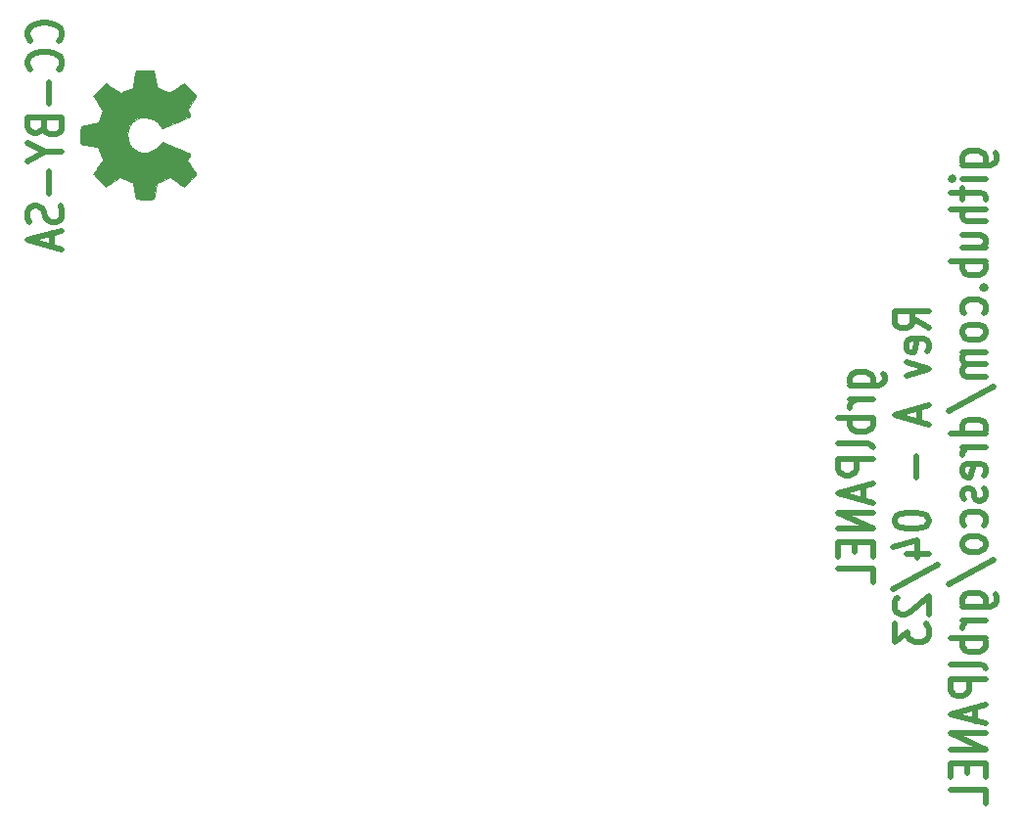
<source format=gbr>
%TF.GenerationSoftware,KiCad,Pcbnew,7.0.2-1.fc37*%
%TF.CreationDate,2023-04-28T11:32:21+01:00*%
%TF.ProjectId,grblPANEL_210x200_Front_Panel,6772626c-5041-44e4-954c-5f3231307832,A*%
%TF.SameCoordinates,Original*%
%TF.FileFunction,Legend,Bot*%
%TF.FilePolarity,Positive*%
%FSLAX46Y46*%
G04 Gerber Fmt 4.6, Leading zero omitted, Abs format (unit mm)*
G04 Created by KiCad (PCBNEW 7.0.2-1.fc37) date 2023-04-28 11:32:21*
%MOMM*%
%LPD*%
G01*
G04 APERTURE LIST*
%ADD10C,0.500000*%
%ADD11C,0.002540*%
G04 APERTURE END LIST*
D10*
X170102142Y-46345238D02*
X170245000Y-46226190D01*
X170245000Y-46226190D02*
X170387857Y-45869048D01*
X170387857Y-45869048D02*
X170387857Y-45630952D01*
X170387857Y-45630952D02*
X170245000Y-45273809D01*
X170245000Y-45273809D02*
X169959285Y-45035714D01*
X169959285Y-45035714D02*
X169673571Y-44916667D01*
X169673571Y-44916667D02*
X169102142Y-44797619D01*
X169102142Y-44797619D02*
X168673571Y-44797619D01*
X168673571Y-44797619D02*
X168102142Y-44916667D01*
X168102142Y-44916667D02*
X167816428Y-45035714D01*
X167816428Y-45035714D02*
X167530714Y-45273809D01*
X167530714Y-45273809D02*
X167387857Y-45630952D01*
X167387857Y-45630952D02*
X167387857Y-45869048D01*
X167387857Y-45869048D02*
X167530714Y-46226190D01*
X167530714Y-46226190D02*
X167673571Y-46345238D01*
X170102142Y-48845238D02*
X170245000Y-48726190D01*
X170245000Y-48726190D02*
X170387857Y-48369048D01*
X170387857Y-48369048D02*
X170387857Y-48130952D01*
X170387857Y-48130952D02*
X170245000Y-47773809D01*
X170245000Y-47773809D02*
X169959285Y-47535714D01*
X169959285Y-47535714D02*
X169673571Y-47416667D01*
X169673571Y-47416667D02*
X169102142Y-47297619D01*
X169102142Y-47297619D02*
X168673571Y-47297619D01*
X168673571Y-47297619D02*
X168102142Y-47416667D01*
X168102142Y-47416667D02*
X167816428Y-47535714D01*
X167816428Y-47535714D02*
X167530714Y-47773809D01*
X167530714Y-47773809D02*
X167387857Y-48130952D01*
X167387857Y-48130952D02*
X167387857Y-48369048D01*
X167387857Y-48369048D02*
X167530714Y-48726190D01*
X167530714Y-48726190D02*
X167673571Y-48845238D01*
X169245000Y-49916667D02*
X169245000Y-51821429D01*
X168816428Y-53845238D02*
X168959285Y-54202381D01*
X168959285Y-54202381D02*
X169102142Y-54321428D01*
X169102142Y-54321428D02*
X169387857Y-54440476D01*
X169387857Y-54440476D02*
X169816428Y-54440476D01*
X169816428Y-54440476D02*
X170102142Y-54321428D01*
X170102142Y-54321428D02*
X170245000Y-54202381D01*
X170245000Y-54202381D02*
X170387857Y-53964286D01*
X170387857Y-53964286D02*
X170387857Y-53011905D01*
X170387857Y-53011905D02*
X167387857Y-53011905D01*
X167387857Y-53011905D02*
X167387857Y-53845238D01*
X167387857Y-53845238D02*
X167530714Y-54083333D01*
X167530714Y-54083333D02*
X167673571Y-54202381D01*
X167673571Y-54202381D02*
X167959285Y-54321428D01*
X167959285Y-54321428D02*
X168245000Y-54321428D01*
X168245000Y-54321428D02*
X168530714Y-54202381D01*
X168530714Y-54202381D02*
X168673571Y-54083333D01*
X168673571Y-54083333D02*
X168816428Y-53845238D01*
X168816428Y-53845238D02*
X168816428Y-53011905D01*
X168959285Y-55988095D02*
X170387857Y-55988095D01*
X167387857Y-55154762D02*
X168959285Y-55988095D01*
X168959285Y-55988095D02*
X167387857Y-56821428D01*
X169245000Y-57654762D02*
X169245000Y-59559524D01*
X170245000Y-60630952D02*
X170387857Y-60988095D01*
X170387857Y-60988095D02*
X170387857Y-61583333D01*
X170387857Y-61583333D02*
X170245000Y-61821428D01*
X170245000Y-61821428D02*
X170102142Y-61940476D01*
X170102142Y-61940476D02*
X169816428Y-62059523D01*
X169816428Y-62059523D02*
X169530714Y-62059523D01*
X169530714Y-62059523D02*
X169245000Y-61940476D01*
X169245000Y-61940476D02*
X169102142Y-61821428D01*
X169102142Y-61821428D02*
X168959285Y-61583333D01*
X168959285Y-61583333D02*
X168816428Y-61107142D01*
X168816428Y-61107142D02*
X168673571Y-60869047D01*
X168673571Y-60869047D02*
X168530714Y-60750000D01*
X168530714Y-60750000D02*
X168245000Y-60630952D01*
X168245000Y-60630952D02*
X167959285Y-60630952D01*
X167959285Y-60630952D02*
X167673571Y-60750000D01*
X167673571Y-60750000D02*
X167530714Y-60869047D01*
X167530714Y-60869047D02*
X167387857Y-61107142D01*
X167387857Y-61107142D02*
X167387857Y-61702381D01*
X167387857Y-61702381D02*
X167530714Y-62059523D01*
X169530714Y-63011904D02*
X169530714Y-64202380D01*
X170387857Y-62773809D02*
X167387857Y-63607142D01*
X167387857Y-63607142D02*
X170387857Y-64440475D01*
X238527857Y-76202380D02*
X240956428Y-76202380D01*
X240956428Y-76202380D02*
X241242142Y-76083333D01*
X241242142Y-76083333D02*
X241385000Y-75964285D01*
X241385000Y-75964285D02*
X241527857Y-75726190D01*
X241527857Y-75726190D02*
X241527857Y-75369047D01*
X241527857Y-75369047D02*
X241385000Y-75130952D01*
X240385000Y-76202380D02*
X240527857Y-75964285D01*
X240527857Y-75964285D02*
X240527857Y-75488094D01*
X240527857Y-75488094D02*
X240385000Y-75249999D01*
X240385000Y-75249999D02*
X240242142Y-75130952D01*
X240242142Y-75130952D02*
X239956428Y-75011904D01*
X239956428Y-75011904D02*
X239099285Y-75011904D01*
X239099285Y-75011904D02*
X238813571Y-75130952D01*
X238813571Y-75130952D02*
X238670714Y-75249999D01*
X238670714Y-75249999D02*
X238527857Y-75488094D01*
X238527857Y-75488094D02*
X238527857Y-75964285D01*
X238527857Y-75964285D02*
X238670714Y-76202380D01*
X240527857Y-77392857D02*
X238527857Y-77392857D01*
X239099285Y-77392857D02*
X238813571Y-77511904D01*
X238813571Y-77511904D02*
X238670714Y-77630952D01*
X238670714Y-77630952D02*
X238527857Y-77869047D01*
X238527857Y-77869047D02*
X238527857Y-78107142D01*
X240527857Y-78940476D02*
X237527857Y-78940476D01*
X238670714Y-78940476D02*
X238527857Y-79178571D01*
X238527857Y-79178571D02*
X238527857Y-79654761D01*
X238527857Y-79654761D02*
X238670714Y-79892857D01*
X238670714Y-79892857D02*
X238813571Y-80011904D01*
X238813571Y-80011904D02*
X239099285Y-80130952D01*
X239099285Y-80130952D02*
X239956428Y-80130952D01*
X239956428Y-80130952D02*
X240242142Y-80011904D01*
X240242142Y-80011904D02*
X240385000Y-79892857D01*
X240385000Y-79892857D02*
X240527857Y-79654761D01*
X240527857Y-79654761D02*
X240527857Y-79178571D01*
X240527857Y-79178571D02*
X240385000Y-78940476D01*
X240527857Y-81559523D02*
X240385000Y-81321428D01*
X240385000Y-81321428D02*
X240099285Y-81202381D01*
X240099285Y-81202381D02*
X237527857Y-81202381D01*
X240527857Y-82511905D02*
X237527857Y-82511905D01*
X237527857Y-82511905D02*
X237527857Y-83464286D01*
X237527857Y-83464286D02*
X237670714Y-83702381D01*
X237670714Y-83702381D02*
X237813571Y-83821428D01*
X237813571Y-83821428D02*
X238099285Y-83940476D01*
X238099285Y-83940476D02*
X238527857Y-83940476D01*
X238527857Y-83940476D02*
X238813571Y-83821428D01*
X238813571Y-83821428D02*
X238956428Y-83702381D01*
X238956428Y-83702381D02*
X239099285Y-83464286D01*
X239099285Y-83464286D02*
X239099285Y-82511905D01*
X239670714Y-84892857D02*
X239670714Y-86083333D01*
X240527857Y-84654762D02*
X237527857Y-85488095D01*
X237527857Y-85488095D02*
X240527857Y-86321428D01*
X240527857Y-87154762D02*
X237527857Y-87154762D01*
X237527857Y-87154762D02*
X240527857Y-88583333D01*
X240527857Y-88583333D02*
X237527857Y-88583333D01*
X238956428Y-89773810D02*
X238956428Y-90607143D01*
X240527857Y-90964286D02*
X240527857Y-89773810D01*
X240527857Y-89773810D02*
X237527857Y-89773810D01*
X237527857Y-89773810D02*
X237527857Y-90964286D01*
X240527857Y-93226191D02*
X240527857Y-92035715D01*
X240527857Y-92035715D02*
X237527857Y-92035715D01*
X245387857Y-71202381D02*
X243959285Y-70369048D01*
X245387857Y-69773810D02*
X242387857Y-69773810D01*
X242387857Y-69773810D02*
X242387857Y-70726191D01*
X242387857Y-70726191D02*
X242530714Y-70964286D01*
X242530714Y-70964286D02*
X242673571Y-71083333D01*
X242673571Y-71083333D02*
X242959285Y-71202381D01*
X242959285Y-71202381D02*
X243387857Y-71202381D01*
X243387857Y-71202381D02*
X243673571Y-71083333D01*
X243673571Y-71083333D02*
X243816428Y-70964286D01*
X243816428Y-70964286D02*
X243959285Y-70726191D01*
X243959285Y-70726191D02*
X243959285Y-69773810D01*
X245245000Y-73226191D02*
X245387857Y-72988095D01*
X245387857Y-72988095D02*
X245387857Y-72511905D01*
X245387857Y-72511905D02*
X245245000Y-72273810D01*
X245245000Y-72273810D02*
X244959285Y-72154762D01*
X244959285Y-72154762D02*
X243816428Y-72154762D01*
X243816428Y-72154762D02*
X243530714Y-72273810D01*
X243530714Y-72273810D02*
X243387857Y-72511905D01*
X243387857Y-72511905D02*
X243387857Y-72988095D01*
X243387857Y-72988095D02*
X243530714Y-73226191D01*
X243530714Y-73226191D02*
X243816428Y-73345238D01*
X243816428Y-73345238D02*
X244102142Y-73345238D01*
X244102142Y-73345238D02*
X244387857Y-72154762D01*
X243387857Y-74178571D02*
X245387857Y-74773809D01*
X245387857Y-74773809D02*
X243387857Y-75369048D01*
X244530714Y-78107143D02*
X244530714Y-79297619D01*
X245387857Y-77869048D02*
X242387857Y-78702381D01*
X242387857Y-78702381D02*
X245387857Y-79535714D01*
X244245000Y-82273810D02*
X244245000Y-84178572D01*
X242387857Y-87750000D02*
X242387857Y-87988095D01*
X242387857Y-87988095D02*
X242530714Y-88226191D01*
X242530714Y-88226191D02*
X242673571Y-88345238D01*
X242673571Y-88345238D02*
X242959285Y-88464286D01*
X242959285Y-88464286D02*
X243530714Y-88583333D01*
X243530714Y-88583333D02*
X244245000Y-88583333D01*
X244245000Y-88583333D02*
X244816428Y-88464286D01*
X244816428Y-88464286D02*
X245102142Y-88345238D01*
X245102142Y-88345238D02*
X245245000Y-88226191D01*
X245245000Y-88226191D02*
X245387857Y-87988095D01*
X245387857Y-87988095D02*
X245387857Y-87750000D01*
X245387857Y-87750000D02*
X245245000Y-87511905D01*
X245245000Y-87511905D02*
X245102142Y-87392857D01*
X245102142Y-87392857D02*
X244816428Y-87273810D01*
X244816428Y-87273810D02*
X244245000Y-87154762D01*
X244245000Y-87154762D02*
X243530714Y-87154762D01*
X243530714Y-87154762D02*
X242959285Y-87273810D01*
X242959285Y-87273810D02*
X242673571Y-87392857D01*
X242673571Y-87392857D02*
X242530714Y-87511905D01*
X242530714Y-87511905D02*
X242387857Y-87750000D01*
X243387857Y-90726190D02*
X245387857Y-90726190D01*
X242245000Y-90130952D02*
X244387857Y-89535714D01*
X244387857Y-89535714D02*
X244387857Y-91083333D01*
X242245000Y-93821428D02*
X246102142Y-91678571D01*
X242673571Y-94535714D02*
X242530714Y-94654762D01*
X242530714Y-94654762D02*
X242387857Y-94892857D01*
X242387857Y-94892857D02*
X242387857Y-95488095D01*
X242387857Y-95488095D02*
X242530714Y-95726190D01*
X242530714Y-95726190D02*
X242673571Y-95845238D01*
X242673571Y-95845238D02*
X242959285Y-95964285D01*
X242959285Y-95964285D02*
X243245000Y-95964285D01*
X243245000Y-95964285D02*
X243673571Y-95845238D01*
X243673571Y-95845238D02*
X245387857Y-94416666D01*
X245387857Y-94416666D02*
X245387857Y-95964285D01*
X242387857Y-96797618D02*
X242387857Y-98345237D01*
X242387857Y-98345237D02*
X243530714Y-97511904D01*
X243530714Y-97511904D02*
X243530714Y-97869047D01*
X243530714Y-97869047D02*
X243673571Y-98107142D01*
X243673571Y-98107142D02*
X243816428Y-98226190D01*
X243816428Y-98226190D02*
X244102142Y-98345237D01*
X244102142Y-98345237D02*
X244816428Y-98345237D01*
X244816428Y-98345237D02*
X245102142Y-98226190D01*
X245102142Y-98226190D02*
X245245000Y-98107142D01*
X245245000Y-98107142D02*
X245387857Y-97869047D01*
X245387857Y-97869047D02*
X245387857Y-97154761D01*
X245387857Y-97154761D02*
X245245000Y-96916666D01*
X245245000Y-96916666D02*
X245102142Y-96797618D01*
X248247857Y-57095236D02*
X250676428Y-57095236D01*
X250676428Y-57095236D02*
X250962142Y-56976189D01*
X250962142Y-56976189D02*
X251105000Y-56857141D01*
X251105000Y-56857141D02*
X251247857Y-56619046D01*
X251247857Y-56619046D02*
X251247857Y-56261903D01*
X251247857Y-56261903D02*
X251105000Y-56023808D01*
X250105000Y-57095236D02*
X250247857Y-56857141D01*
X250247857Y-56857141D02*
X250247857Y-56380950D01*
X250247857Y-56380950D02*
X250105000Y-56142855D01*
X250105000Y-56142855D02*
X249962142Y-56023808D01*
X249962142Y-56023808D02*
X249676428Y-55904760D01*
X249676428Y-55904760D02*
X248819285Y-55904760D01*
X248819285Y-55904760D02*
X248533571Y-56023808D01*
X248533571Y-56023808D02*
X248390714Y-56142855D01*
X248390714Y-56142855D02*
X248247857Y-56380950D01*
X248247857Y-56380950D02*
X248247857Y-56857141D01*
X248247857Y-56857141D02*
X248390714Y-57095236D01*
X250247857Y-58285713D02*
X248247857Y-58285713D01*
X247247857Y-58285713D02*
X247390714Y-58166665D01*
X247390714Y-58166665D02*
X247533571Y-58285713D01*
X247533571Y-58285713D02*
X247390714Y-58404760D01*
X247390714Y-58404760D02*
X247247857Y-58285713D01*
X247247857Y-58285713D02*
X247533571Y-58285713D01*
X248247857Y-59119046D02*
X248247857Y-60071427D01*
X247247857Y-59476189D02*
X249819285Y-59476189D01*
X249819285Y-59476189D02*
X250105000Y-59595236D01*
X250105000Y-59595236D02*
X250247857Y-59833331D01*
X250247857Y-59833331D02*
X250247857Y-60071427D01*
X250247857Y-60904760D02*
X247247857Y-60904760D01*
X250247857Y-61976188D02*
X248676428Y-61976188D01*
X248676428Y-61976188D02*
X248390714Y-61857141D01*
X248390714Y-61857141D02*
X248247857Y-61619045D01*
X248247857Y-61619045D02*
X248247857Y-61261902D01*
X248247857Y-61261902D02*
X248390714Y-61023807D01*
X248390714Y-61023807D02*
X248533571Y-60904760D01*
X248247857Y-64238093D02*
X250247857Y-64238093D01*
X248247857Y-63166665D02*
X249819285Y-63166665D01*
X249819285Y-63166665D02*
X250105000Y-63285712D01*
X250105000Y-63285712D02*
X250247857Y-63523807D01*
X250247857Y-63523807D02*
X250247857Y-63880950D01*
X250247857Y-63880950D02*
X250105000Y-64119046D01*
X250105000Y-64119046D02*
X249962142Y-64238093D01*
X250247857Y-65428570D02*
X247247857Y-65428570D01*
X248390714Y-65428570D02*
X248247857Y-65666665D01*
X248247857Y-65666665D02*
X248247857Y-66142855D01*
X248247857Y-66142855D02*
X248390714Y-66380951D01*
X248390714Y-66380951D02*
X248533571Y-66499998D01*
X248533571Y-66499998D02*
X248819285Y-66619046D01*
X248819285Y-66619046D02*
X249676428Y-66619046D01*
X249676428Y-66619046D02*
X249962142Y-66499998D01*
X249962142Y-66499998D02*
X250105000Y-66380951D01*
X250105000Y-66380951D02*
X250247857Y-66142855D01*
X250247857Y-66142855D02*
X250247857Y-65666665D01*
X250247857Y-65666665D02*
X250105000Y-65428570D01*
X249962142Y-67690475D02*
X250105000Y-67809522D01*
X250105000Y-67809522D02*
X250247857Y-67690475D01*
X250247857Y-67690475D02*
X250105000Y-67571427D01*
X250105000Y-67571427D02*
X249962142Y-67690475D01*
X249962142Y-67690475D02*
X250247857Y-67690475D01*
X250105000Y-69952379D02*
X250247857Y-69714284D01*
X250247857Y-69714284D02*
X250247857Y-69238093D01*
X250247857Y-69238093D02*
X250105000Y-68999998D01*
X250105000Y-68999998D02*
X249962142Y-68880951D01*
X249962142Y-68880951D02*
X249676428Y-68761903D01*
X249676428Y-68761903D02*
X248819285Y-68761903D01*
X248819285Y-68761903D02*
X248533571Y-68880951D01*
X248533571Y-68880951D02*
X248390714Y-68999998D01*
X248390714Y-68999998D02*
X248247857Y-69238093D01*
X248247857Y-69238093D02*
X248247857Y-69714284D01*
X248247857Y-69714284D02*
X248390714Y-69952379D01*
X250247857Y-71380950D02*
X250105000Y-71142855D01*
X250105000Y-71142855D02*
X249962142Y-71023808D01*
X249962142Y-71023808D02*
X249676428Y-70904760D01*
X249676428Y-70904760D02*
X248819285Y-70904760D01*
X248819285Y-70904760D02*
X248533571Y-71023808D01*
X248533571Y-71023808D02*
X248390714Y-71142855D01*
X248390714Y-71142855D02*
X248247857Y-71380950D01*
X248247857Y-71380950D02*
X248247857Y-71738093D01*
X248247857Y-71738093D02*
X248390714Y-71976189D01*
X248390714Y-71976189D02*
X248533571Y-72095236D01*
X248533571Y-72095236D02*
X248819285Y-72214284D01*
X248819285Y-72214284D02*
X249676428Y-72214284D01*
X249676428Y-72214284D02*
X249962142Y-72095236D01*
X249962142Y-72095236D02*
X250105000Y-71976189D01*
X250105000Y-71976189D02*
X250247857Y-71738093D01*
X250247857Y-71738093D02*
X250247857Y-71380950D01*
X250247857Y-73285713D02*
X248247857Y-73285713D01*
X248533571Y-73285713D02*
X248390714Y-73404760D01*
X248390714Y-73404760D02*
X248247857Y-73642855D01*
X248247857Y-73642855D02*
X248247857Y-73999998D01*
X248247857Y-73999998D02*
X248390714Y-74238094D01*
X248390714Y-74238094D02*
X248676428Y-74357141D01*
X248676428Y-74357141D02*
X250247857Y-74357141D01*
X248676428Y-74357141D02*
X248390714Y-74476189D01*
X248390714Y-74476189D02*
X248247857Y-74714284D01*
X248247857Y-74714284D02*
X248247857Y-75071427D01*
X248247857Y-75071427D02*
X248390714Y-75309522D01*
X248390714Y-75309522D02*
X248676428Y-75428570D01*
X248676428Y-75428570D02*
X250247857Y-75428570D01*
X247105000Y-78404760D02*
X250962142Y-76261903D01*
X250247857Y-80309522D02*
X247247857Y-80309522D01*
X250105000Y-80309522D02*
X250247857Y-80071427D01*
X250247857Y-80071427D02*
X250247857Y-79595236D01*
X250247857Y-79595236D02*
X250105000Y-79357141D01*
X250105000Y-79357141D02*
X249962142Y-79238094D01*
X249962142Y-79238094D02*
X249676428Y-79119046D01*
X249676428Y-79119046D02*
X248819285Y-79119046D01*
X248819285Y-79119046D02*
X248533571Y-79238094D01*
X248533571Y-79238094D02*
X248390714Y-79357141D01*
X248390714Y-79357141D02*
X248247857Y-79595236D01*
X248247857Y-79595236D02*
X248247857Y-80071427D01*
X248247857Y-80071427D02*
X248390714Y-80309522D01*
X250247857Y-81499999D02*
X248247857Y-81499999D01*
X248819285Y-81499999D02*
X248533571Y-81619046D01*
X248533571Y-81619046D02*
X248390714Y-81738094D01*
X248390714Y-81738094D02*
X248247857Y-81976189D01*
X248247857Y-81976189D02*
X248247857Y-82214284D01*
X250105000Y-83999999D02*
X250247857Y-83761903D01*
X250247857Y-83761903D02*
X250247857Y-83285713D01*
X250247857Y-83285713D02*
X250105000Y-83047618D01*
X250105000Y-83047618D02*
X249819285Y-82928570D01*
X249819285Y-82928570D02*
X248676428Y-82928570D01*
X248676428Y-82928570D02*
X248390714Y-83047618D01*
X248390714Y-83047618D02*
X248247857Y-83285713D01*
X248247857Y-83285713D02*
X248247857Y-83761903D01*
X248247857Y-83761903D02*
X248390714Y-83999999D01*
X248390714Y-83999999D02*
X248676428Y-84119046D01*
X248676428Y-84119046D02*
X248962142Y-84119046D01*
X248962142Y-84119046D02*
X249247857Y-82928570D01*
X250105000Y-85071427D02*
X250247857Y-85309522D01*
X250247857Y-85309522D02*
X250247857Y-85785713D01*
X250247857Y-85785713D02*
X250105000Y-86023808D01*
X250105000Y-86023808D02*
X249819285Y-86142856D01*
X249819285Y-86142856D02*
X249676428Y-86142856D01*
X249676428Y-86142856D02*
X249390714Y-86023808D01*
X249390714Y-86023808D02*
X249247857Y-85785713D01*
X249247857Y-85785713D02*
X249247857Y-85428570D01*
X249247857Y-85428570D02*
X249105000Y-85190475D01*
X249105000Y-85190475D02*
X248819285Y-85071427D01*
X248819285Y-85071427D02*
X248676428Y-85071427D01*
X248676428Y-85071427D02*
X248390714Y-85190475D01*
X248390714Y-85190475D02*
X248247857Y-85428570D01*
X248247857Y-85428570D02*
X248247857Y-85785713D01*
X248247857Y-85785713D02*
X248390714Y-86023808D01*
X250105000Y-88285713D02*
X250247857Y-88047618D01*
X250247857Y-88047618D02*
X250247857Y-87571427D01*
X250247857Y-87571427D02*
X250105000Y-87333332D01*
X250105000Y-87333332D02*
X249962142Y-87214285D01*
X249962142Y-87214285D02*
X249676428Y-87095237D01*
X249676428Y-87095237D02*
X248819285Y-87095237D01*
X248819285Y-87095237D02*
X248533571Y-87214285D01*
X248533571Y-87214285D02*
X248390714Y-87333332D01*
X248390714Y-87333332D02*
X248247857Y-87571427D01*
X248247857Y-87571427D02*
X248247857Y-88047618D01*
X248247857Y-88047618D02*
X248390714Y-88285713D01*
X250247857Y-89714284D02*
X250105000Y-89476189D01*
X250105000Y-89476189D02*
X249962142Y-89357142D01*
X249962142Y-89357142D02*
X249676428Y-89238094D01*
X249676428Y-89238094D02*
X248819285Y-89238094D01*
X248819285Y-89238094D02*
X248533571Y-89357142D01*
X248533571Y-89357142D02*
X248390714Y-89476189D01*
X248390714Y-89476189D02*
X248247857Y-89714284D01*
X248247857Y-89714284D02*
X248247857Y-90071427D01*
X248247857Y-90071427D02*
X248390714Y-90309523D01*
X248390714Y-90309523D02*
X248533571Y-90428570D01*
X248533571Y-90428570D02*
X248819285Y-90547618D01*
X248819285Y-90547618D02*
X249676428Y-90547618D01*
X249676428Y-90547618D02*
X249962142Y-90428570D01*
X249962142Y-90428570D02*
X250105000Y-90309523D01*
X250105000Y-90309523D02*
X250247857Y-90071427D01*
X250247857Y-90071427D02*
X250247857Y-89714284D01*
X247105000Y-93404761D02*
X250962142Y-91261904D01*
X248247857Y-95309523D02*
X250676428Y-95309523D01*
X250676428Y-95309523D02*
X250962142Y-95190476D01*
X250962142Y-95190476D02*
X251105000Y-95071428D01*
X251105000Y-95071428D02*
X251247857Y-94833333D01*
X251247857Y-94833333D02*
X251247857Y-94476190D01*
X251247857Y-94476190D02*
X251105000Y-94238095D01*
X250105000Y-95309523D02*
X250247857Y-95071428D01*
X250247857Y-95071428D02*
X250247857Y-94595237D01*
X250247857Y-94595237D02*
X250105000Y-94357142D01*
X250105000Y-94357142D02*
X249962142Y-94238095D01*
X249962142Y-94238095D02*
X249676428Y-94119047D01*
X249676428Y-94119047D02*
X248819285Y-94119047D01*
X248819285Y-94119047D02*
X248533571Y-94238095D01*
X248533571Y-94238095D02*
X248390714Y-94357142D01*
X248390714Y-94357142D02*
X248247857Y-94595237D01*
X248247857Y-94595237D02*
X248247857Y-95071428D01*
X248247857Y-95071428D02*
X248390714Y-95309523D01*
X250247857Y-96500000D02*
X248247857Y-96500000D01*
X248819285Y-96500000D02*
X248533571Y-96619047D01*
X248533571Y-96619047D02*
X248390714Y-96738095D01*
X248390714Y-96738095D02*
X248247857Y-96976190D01*
X248247857Y-96976190D02*
X248247857Y-97214285D01*
X250247857Y-98047619D02*
X247247857Y-98047619D01*
X248390714Y-98047619D02*
X248247857Y-98285714D01*
X248247857Y-98285714D02*
X248247857Y-98761904D01*
X248247857Y-98761904D02*
X248390714Y-99000000D01*
X248390714Y-99000000D02*
X248533571Y-99119047D01*
X248533571Y-99119047D02*
X248819285Y-99238095D01*
X248819285Y-99238095D02*
X249676428Y-99238095D01*
X249676428Y-99238095D02*
X249962142Y-99119047D01*
X249962142Y-99119047D02*
X250105000Y-99000000D01*
X250105000Y-99000000D02*
X250247857Y-98761904D01*
X250247857Y-98761904D02*
X250247857Y-98285714D01*
X250247857Y-98285714D02*
X250105000Y-98047619D01*
X250247857Y-100666666D02*
X250105000Y-100428571D01*
X250105000Y-100428571D02*
X249819285Y-100309524D01*
X249819285Y-100309524D02*
X247247857Y-100309524D01*
X250247857Y-101619048D02*
X247247857Y-101619048D01*
X247247857Y-101619048D02*
X247247857Y-102571429D01*
X247247857Y-102571429D02*
X247390714Y-102809524D01*
X247390714Y-102809524D02*
X247533571Y-102928571D01*
X247533571Y-102928571D02*
X247819285Y-103047619D01*
X247819285Y-103047619D02*
X248247857Y-103047619D01*
X248247857Y-103047619D02*
X248533571Y-102928571D01*
X248533571Y-102928571D02*
X248676428Y-102809524D01*
X248676428Y-102809524D02*
X248819285Y-102571429D01*
X248819285Y-102571429D02*
X248819285Y-101619048D01*
X249390714Y-104000000D02*
X249390714Y-105190476D01*
X250247857Y-103761905D02*
X247247857Y-104595238D01*
X247247857Y-104595238D02*
X250247857Y-105428571D01*
X250247857Y-106261905D02*
X247247857Y-106261905D01*
X247247857Y-106261905D02*
X250247857Y-107690476D01*
X250247857Y-107690476D02*
X247247857Y-107690476D01*
X248676428Y-108880953D02*
X248676428Y-109714286D01*
X250247857Y-110071429D02*
X250247857Y-108880953D01*
X250247857Y-108880953D02*
X247247857Y-108880953D01*
X247247857Y-108880953D02*
X247247857Y-110071429D01*
X250247857Y-112333334D02*
X250247857Y-111142858D01*
X250247857Y-111142858D02*
X247247857Y-111142858D01*
%TO.C,G\u002A\u002A\u002A*%
D11*
X178325880Y-48998360D02*
X178341120Y-49059320D01*
X178376680Y-49211720D01*
X178419860Y-49430160D01*
X178468120Y-49684160D01*
X178508760Y-49902600D01*
X178549400Y-50123580D01*
X178579880Y-50281060D01*
X178595120Y-50352180D01*
X178617980Y-50369960D01*
X178724660Y-50423300D01*
X178894840Y-50502040D01*
X179098040Y-50588400D01*
X179308860Y-50677300D01*
X179504440Y-50753500D01*
X179651760Y-50809380D01*
X179730500Y-50829700D01*
X179786380Y-50799220D01*
X179915920Y-50715400D01*
X180101340Y-50593480D01*
X180319780Y-50446160D01*
X180538220Y-50296300D01*
X180723640Y-50169300D01*
X180858260Y-50082940D01*
X180919220Y-50044840D01*
X180962400Y-50062620D01*
X181066540Y-50151520D01*
X181239260Y-50316620D01*
X181480560Y-50560460D01*
X181518660Y-50601100D01*
X181706620Y-50796680D01*
X181859020Y-50961780D01*
X181960620Y-51076080D01*
X181998720Y-51126880D01*
X181968240Y-51185300D01*
X181886960Y-51314840D01*
X181765040Y-51500260D01*
X181617720Y-51721240D01*
X181467860Y-51942220D01*
X181345940Y-52122560D01*
X181264660Y-52249560D01*
X181236720Y-52302900D01*
X181246880Y-52330840D01*
X181297680Y-52434980D01*
X181376420Y-52587380D01*
X181422140Y-52676280D01*
X181480560Y-52815980D01*
X181493260Y-52884560D01*
X181475480Y-52897260D01*
X181368800Y-52948060D01*
X181185920Y-53026800D01*
X180944620Y-53133480D01*
X180662680Y-53252860D01*
X180357880Y-53382400D01*
X180048000Y-53511940D01*
X179750820Y-53633860D01*
X179484120Y-53743080D01*
X179268220Y-53829440D01*
X179118360Y-53887860D01*
X179052320Y-53908180D01*
X179039620Y-53903100D01*
X178971040Y-53831980D01*
X178879600Y-53710060D01*
X178666240Y-53448440D01*
X178341120Y-53186820D01*
X177972820Y-53029340D01*
X177563880Y-52976000D01*
X177182880Y-53021720D01*
X176817120Y-53171580D01*
X176489460Y-53425580D01*
X176245620Y-53732920D01*
X176090680Y-54093600D01*
X176042420Y-54500000D01*
X176085600Y-54888620D01*
X176232920Y-55259460D01*
X176481840Y-55589660D01*
X176641860Y-55726820D01*
X176974600Y-55917320D01*
X177330200Y-56026540D01*
X177421640Y-56039240D01*
X177812800Y-56021460D01*
X178186180Y-55907160D01*
X178521460Y-55701420D01*
X178795780Y-55414400D01*
X178823720Y-55378840D01*
X178922780Y-55244220D01*
X178991360Y-55155320D01*
X179047240Y-55086740D01*
X180246120Y-55584580D01*
X180436620Y-55663320D01*
X180764280Y-55800480D01*
X181046220Y-55919860D01*
X181269740Y-56016380D01*
X181419600Y-56082420D01*
X181480560Y-56112900D01*
X181483100Y-56115440D01*
X181490720Y-56158620D01*
X181457700Y-56250060D01*
X181376420Y-56417700D01*
X181320540Y-56529460D01*
X181259580Y-56656460D01*
X181236720Y-56712340D01*
X181262120Y-56760600D01*
X181340860Y-56882520D01*
X181460240Y-57060320D01*
X181607560Y-57276220D01*
X181744720Y-57479420D01*
X181869180Y-57667380D01*
X181955540Y-57804540D01*
X181991100Y-57870580D01*
X181991100Y-57880740D01*
X181958080Y-57939160D01*
X181869180Y-58045840D01*
X181714240Y-58210940D01*
X181485640Y-58442080D01*
X181452620Y-58477640D01*
X181259580Y-58665600D01*
X181097020Y-58820540D01*
X180982720Y-58924680D01*
X180929380Y-58960240D01*
X180863340Y-58927220D01*
X180728720Y-58840860D01*
X180538220Y-58716400D01*
X180314700Y-58564000D01*
X179738120Y-58167760D01*
X179194560Y-58386200D01*
X179029460Y-58452240D01*
X178826260Y-58538600D01*
X178681480Y-58602100D01*
X178617980Y-58632580D01*
X178597660Y-58693540D01*
X178562100Y-58840860D01*
X178516380Y-59056760D01*
X178468120Y-59315840D01*
X178424940Y-59559680D01*
X178381760Y-59780660D01*
X178351280Y-59943220D01*
X178336040Y-60014340D01*
X178325880Y-60032120D01*
X178292860Y-60044820D01*
X178216660Y-60054980D01*
X178082040Y-60060060D01*
X177868680Y-60062600D01*
X177563880Y-60062600D01*
X177530860Y-60062600D01*
X177236220Y-60060060D01*
X177005080Y-60054980D01*
X176850140Y-60047360D01*
X176791720Y-60037200D01*
X176789180Y-60037200D01*
X176773940Y-59968620D01*
X176740920Y-59811140D01*
X176697740Y-59590160D01*
X176646940Y-59326000D01*
X176644400Y-59308220D01*
X176593600Y-59046600D01*
X176547880Y-58825620D01*
X176512320Y-58670680D01*
X176492000Y-58604640D01*
X176471680Y-58591940D01*
X176370080Y-58538600D01*
X176207520Y-58462400D01*
X176006860Y-58376040D01*
X175801120Y-58289680D01*
X175615700Y-58216020D01*
X175476000Y-58165220D01*
X175412500Y-58149980D01*
X175412500Y-58152520D01*
X175349000Y-58190620D01*
X175211840Y-58282060D01*
X175021340Y-58409060D01*
X174797820Y-58564000D01*
X174782580Y-58574160D01*
X174559060Y-58726560D01*
X174371100Y-58848480D01*
X174236480Y-58929760D01*
X174175520Y-58960240D01*
X174172980Y-58960240D01*
X174106940Y-58909440D01*
X173979940Y-58797680D01*
X173809760Y-58635120D01*
X173614180Y-58439540D01*
X173553220Y-58378580D01*
X173342400Y-58162680D01*
X173202700Y-58010280D01*
X173129040Y-57918840D01*
X173113800Y-57873120D01*
X173113800Y-57870580D01*
X173154440Y-57804540D01*
X173245880Y-57664840D01*
X173375420Y-57474340D01*
X173530360Y-57248280D01*
X173540520Y-57233040D01*
X173690380Y-57009520D01*
X173817380Y-56824100D01*
X173903740Y-56692020D01*
X173939300Y-56636140D01*
X173939300Y-56625980D01*
X173911360Y-56534540D01*
X173855480Y-56377060D01*
X173781820Y-56181480D01*
X173698000Y-55975740D01*
X173619260Y-55790320D01*
X173555760Y-55648080D01*
X173517660Y-55582040D01*
X173515120Y-55582040D01*
X173436380Y-55556640D01*
X173268740Y-55518540D01*
X173040140Y-55472820D01*
X172768360Y-55419480D01*
X172722640Y-55411860D01*
X172458480Y-55361060D01*
X172240040Y-55317880D01*
X172087640Y-55287400D01*
X172026680Y-55272160D01*
X172016520Y-55234060D01*
X172006360Y-55104520D01*
X172001280Y-54906400D01*
X171998740Y-54667640D01*
X172001280Y-54416180D01*
X172006360Y-54169800D01*
X172013980Y-53958980D01*
X172024140Y-53809120D01*
X172036840Y-53748160D01*
X172039380Y-53745620D01*
X172123200Y-53722760D01*
X172288300Y-53684660D01*
X172519440Y-53638940D01*
X172793760Y-53585600D01*
X172842020Y-53575440D01*
X173106180Y-53527180D01*
X173322080Y-53481460D01*
X173471940Y-53450980D01*
X173530360Y-53433200D01*
X173543060Y-53410340D01*
X173591320Y-53301120D01*
X173664980Y-53123320D01*
X173753880Y-52904880D01*
X173959620Y-52394340D01*
X173530360Y-51769500D01*
X173492260Y-51711080D01*
X173339860Y-51487560D01*
X173215400Y-51302140D01*
X173134120Y-51175140D01*
X173103640Y-51121800D01*
X173106180Y-51116720D01*
X173159520Y-51055760D01*
X173276360Y-50931300D01*
X173441460Y-50761120D01*
X173637040Y-50565540D01*
X173781820Y-50420760D01*
X173957080Y-50248040D01*
X174073920Y-50138820D01*
X174150120Y-50080400D01*
X174195840Y-50057540D01*
X174226320Y-50062620D01*
X174289820Y-50103260D01*
X174426980Y-50194700D01*
X174617480Y-50324240D01*
X174838460Y-50476640D01*
X175021340Y-50601100D01*
X175232160Y-50735720D01*
X175382020Y-50824620D01*
X175455680Y-50855100D01*
X175486160Y-50847480D01*
X175608080Y-50804300D01*
X175793500Y-50730640D01*
X176011940Y-50636660D01*
X176507240Y-50418220D01*
X176570740Y-50095640D01*
X176606300Y-49897520D01*
X176659640Y-49623200D01*
X176710440Y-49361580D01*
X176789180Y-48950100D01*
X178297940Y-48934860D01*
X178325880Y-48998360D01*
G36*
X178325880Y-48998360D02*
G01*
X178341120Y-49059320D01*
X178376680Y-49211720D01*
X178419860Y-49430160D01*
X178468120Y-49684160D01*
X178508760Y-49902600D01*
X178549400Y-50123580D01*
X178579880Y-50281060D01*
X178595120Y-50352180D01*
X178617980Y-50369960D01*
X178724660Y-50423300D01*
X178894840Y-50502040D01*
X179098040Y-50588400D01*
X179308860Y-50677300D01*
X179504440Y-50753500D01*
X179651760Y-50809380D01*
X179730500Y-50829700D01*
X179786380Y-50799220D01*
X179915920Y-50715400D01*
X180101340Y-50593480D01*
X180319780Y-50446160D01*
X180538220Y-50296300D01*
X180723640Y-50169300D01*
X180858260Y-50082940D01*
X180919220Y-50044840D01*
X180962400Y-50062620D01*
X181066540Y-50151520D01*
X181239260Y-50316620D01*
X181480560Y-50560460D01*
X181518660Y-50601100D01*
X181706620Y-50796680D01*
X181859020Y-50961780D01*
X181960620Y-51076080D01*
X181998720Y-51126880D01*
X181968240Y-51185300D01*
X181886960Y-51314840D01*
X181765040Y-51500260D01*
X181617720Y-51721240D01*
X181467860Y-51942220D01*
X181345940Y-52122560D01*
X181264660Y-52249560D01*
X181236720Y-52302900D01*
X181246880Y-52330840D01*
X181297680Y-52434980D01*
X181376420Y-52587380D01*
X181422140Y-52676280D01*
X181480560Y-52815980D01*
X181493260Y-52884560D01*
X181475480Y-52897260D01*
X181368800Y-52948060D01*
X181185920Y-53026800D01*
X180944620Y-53133480D01*
X180662680Y-53252860D01*
X180357880Y-53382400D01*
X180048000Y-53511940D01*
X179750820Y-53633860D01*
X179484120Y-53743080D01*
X179268220Y-53829440D01*
X179118360Y-53887860D01*
X179052320Y-53908180D01*
X179039620Y-53903100D01*
X178971040Y-53831980D01*
X178879600Y-53710060D01*
X178666240Y-53448440D01*
X178341120Y-53186820D01*
X177972820Y-53029340D01*
X177563880Y-52976000D01*
X177182880Y-53021720D01*
X176817120Y-53171580D01*
X176489460Y-53425580D01*
X176245620Y-53732920D01*
X176090680Y-54093600D01*
X176042420Y-54500000D01*
X176085600Y-54888620D01*
X176232920Y-55259460D01*
X176481840Y-55589660D01*
X176641860Y-55726820D01*
X176974600Y-55917320D01*
X177330200Y-56026540D01*
X177421640Y-56039240D01*
X177812800Y-56021460D01*
X178186180Y-55907160D01*
X178521460Y-55701420D01*
X178795780Y-55414400D01*
X178823720Y-55378840D01*
X178922780Y-55244220D01*
X178991360Y-55155320D01*
X179047240Y-55086740D01*
X180246120Y-55584580D01*
X180436620Y-55663320D01*
X180764280Y-55800480D01*
X181046220Y-55919860D01*
X181269740Y-56016380D01*
X181419600Y-56082420D01*
X181480560Y-56112900D01*
X181483100Y-56115440D01*
X181490720Y-56158620D01*
X181457700Y-56250060D01*
X181376420Y-56417700D01*
X181320540Y-56529460D01*
X181259580Y-56656460D01*
X181236720Y-56712340D01*
X181262120Y-56760600D01*
X181340860Y-56882520D01*
X181460240Y-57060320D01*
X181607560Y-57276220D01*
X181744720Y-57479420D01*
X181869180Y-57667380D01*
X181955540Y-57804540D01*
X181991100Y-57870580D01*
X181991100Y-57880740D01*
X181958080Y-57939160D01*
X181869180Y-58045840D01*
X181714240Y-58210940D01*
X181485640Y-58442080D01*
X181452620Y-58477640D01*
X181259580Y-58665600D01*
X181097020Y-58820540D01*
X180982720Y-58924680D01*
X180929380Y-58960240D01*
X180863340Y-58927220D01*
X180728720Y-58840860D01*
X180538220Y-58716400D01*
X180314700Y-58564000D01*
X179738120Y-58167760D01*
X179194560Y-58386200D01*
X179029460Y-58452240D01*
X178826260Y-58538600D01*
X178681480Y-58602100D01*
X178617980Y-58632580D01*
X178597660Y-58693540D01*
X178562100Y-58840860D01*
X178516380Y-59056760D01*
X178468120Y-59315840D01*
X178424940Y-59559680D01*
X178381760Y-59780660D01*
X178351280Y-59943220D01*
X178336040Y-60014340D01*
X178325880Y-60032120D01*
X178292860Y-60044820D01*
X178216660Y-60054980D01*
X178082040Y-60060060D01*
X177868680Y-60062600D01*
X177563880Y-60062600D01*
X177530860Y-60062600D01*
X177236220Y-60060060D01*
X177005080Y-60054980D01*
X176850140Y-60047360D01*
X176791720Y-60037200D01*
X176789180Y-60037200D01*
X176773940Y-59968620D01*
X176740920Y-59811140D01*
X176697740Y-59590160D01*
X176646940Y-59326000D01*
X176644400Y-59308220D01*
X176593600Y-59046600D01*
X176547880Y-58825620D01*
X176512320Y-58670680D01*
X176492000Y-58604640D01*
X176471680Y-58591940D01*
X176370080Y-58538600D01*
X176207520Y-58462400D01*
X176006860Y-58376040D01*
X175801120Y-58289680D01*
X175615700Y-58216020D01*
X175476000Y-58165220D01*
X175412500Y-58149980D01*
X175412500Y-58152520D01*
X175349000Y-58190620D01*
X175211840Y-58282060D01*
X175021340Y-58409060D01*
X174797820Y-58564000D01*
X174782580Y-58574160D01*
X174559060Y-58726560D01*
X174371100Y-58848480D01*
X174236480Y-58929760D01*
X174175520Y-58960240D01*
X174172980Y-58960240D01*
X174106940Y-58909440D01*
X173979940Y-58797680D01*
X173809760Y-58635120D01*
X173614180Y-58439540D01*
X173553220Y-58378580D01*
X173342400Y-58162680D01*
X173202700Y-58010280D01*
X173129040Y-57918840D01*
X173113800Y-57873120D01*
X173113800Y-57870580D01*
X173154440Y-57804540D01*
X173245880Y-57664840D01*
X173375420Y-57474340D01*
X173530360Y-57248280D01*
X173540520Y-57233040D01*
X173690380Y-57009520D01*
X173817380Y-56824100D01*
X173903740Y-56692020D01*
X173939300Y-56636140D01*
X173939300Y-56625980D01*
X173911360Y-56534540D01*
X173855480Y-56377060D01*
X173781820Y-56181480D01*
X173698000Y-55975740D01*
X173619260Y-55790320D01*
X173555760Y-55648080D01*
X173517660Y-55582040D01*
X173515120Y-55582040D01*
X173436380Y-55556640D01*
X173268740Y-55518540D01*
X173040140Y-55472820D01*
X172768360Y-55419480D01*
X172722640Y-55411860D01*
X172458480Y-55361060D01*
X172240040Y-55317880D01*
X172087640Y-55287400D01*
X172026680Y-55272160D01*
X172016520Y-55234060D01*
X172006360Y-55104520D01*
X172001280Y-54906400D01*
X171998740Y-54667640D01*
X172001280Y-54416180D01*
X172006360Y-54169800D01*
X172013980Y-53958980D01*
X172024140Y-53809120D01*
X172036840Y-53748160D01*
X172039380Y-53745620D01*
X172123200Y-53722760D01*
X172288300Y-53684660D01*
X172519440Y-53638940D01*
X172793760Y-53585600D01*
X172842020Y-53575440D01*
X173106180Y-53527180D01*
X173322080Y-53481460D01*
X173471940Y-53450980D01*
X173530360Y-53433200D01*
X173543060Y-53410340D01*
X173591320Y-53301120D01*
X173664980Y-53123320D01*
X173753880Y-52904880D01*
X173959620Y-52394340D01*
X173530360Y-51769500D01*
X173492260Y-51711080D01*
X173339860Y-51487560D01*
X173215400Y-51302140D01*
X173134120Y-51175140D01*
X173103640Y-51121800D01*
X173106180Y-51116720D01*
X173159520Y-51055760D01*
X173276360Y-50931300D01*
X173441460Y-50761120D01*
X173637040Y-50565540D01*
X173781820Y-50420760D01*
X173957080Y-50248040D01*
X174073920Y-50138820D01*
X174150120Y-50080400D01*
X174195840Y-50057540D01*
X174226320Y-50062620D01*
X174289820Y-50103260D01*
X174426980Y-50194700D01*
X174617480Y-50324240D01*
X174838460Y-50476640D01*
X175021340Y-50601100D01*
X175232160Y-50735720D01*
X175382020Y-50824620D01*
X175455680Y-50855100D01*
X175486160Y-50847480D01*
X175608080Y-50804300D01*
X175793500Y-50730640D01*
X176011940Y-50636660D01*
X176507240Y-50418220D01*
X176570740Y-50095640D01*
X176606300Y-49897520D01*
X176659640Y-49623200D01*
X176710440Y-49361580D01*
X176789180Y-48950100D01*
X178297940Y-48934860D01*
X178325880Y-48998360D01*
G37*
%TD*%
M02*

</source>
